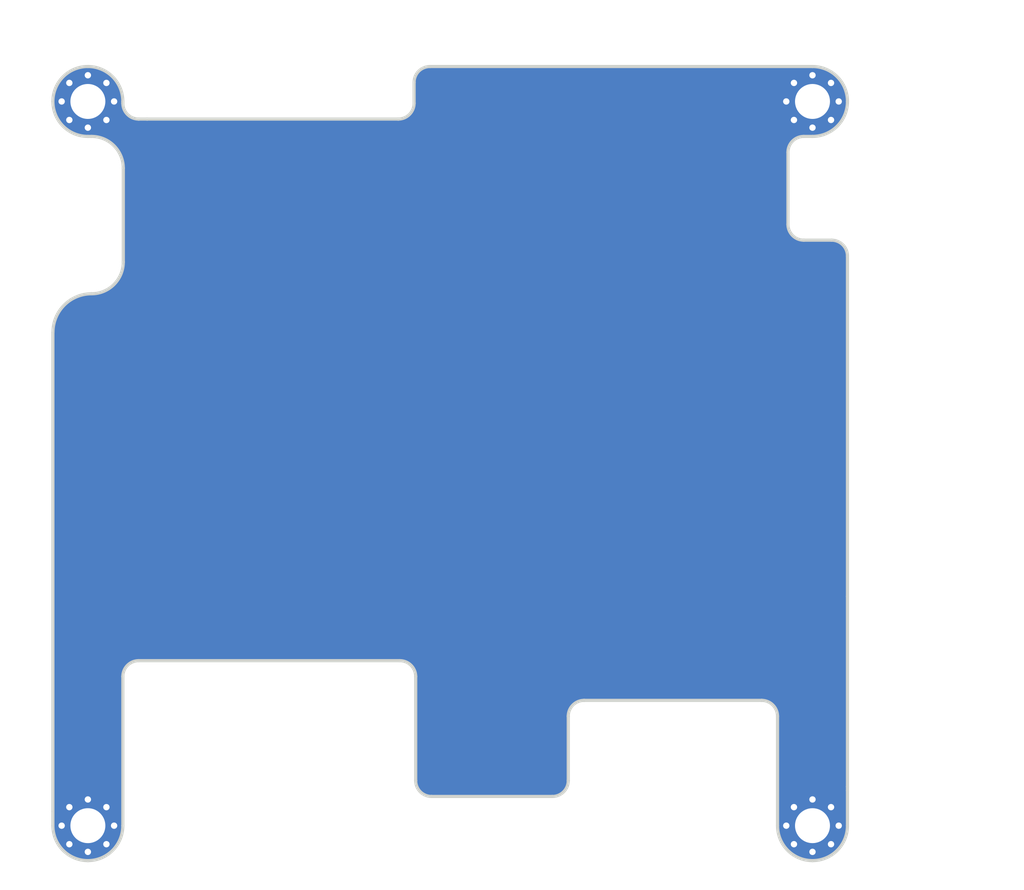
<source format=kicad_pcb>
(kicad_pcb (version 20240108) (generator "pcbnew") (generator_version "8.0")
  (layers (0 "F.Cu" signal) (31 "B.Cu" signal) (34 "B.Paste" user) (35 "F.Paste" user) (36 "B.SilkS" user "B.Silkscreen") (37 "F.SilkS" user "F.Silkscreen") (38 "B.Mask" user) (39 "F.Mask" user) (44 "Edge.Cuts" user))
  (net 0 "")
  (net 1 "GND")
  (footprint "MountingHole:MountingHole_2.2mm_M2_Pad_Via" (layer "F.Cu") (at 125.87 119.99)
    (property "Reference" "TP4" (hide yes))
    (property "Value" "Mounting Hole")
    (pad "1" thru_hole circle (at -1.65 0) (size 0.7 0.7) (drill 0.4) (layers "*.Cu" "*.Mask") (net 1 "GND"))
    (pad "1" thru_hole circle (at -1.166726 -1.166726) (size 0.7 0.7) (drill 0.4) (layers "*.Cu" "*.Mask") (net 1 "GND"))
    (pad "1" thru_hole circle (at -1.166726 1.166726) (size 0.7 0.7) (drill 0.4) (layers "*.Cu" "*.Mask") (net 1 "GND"))
    (pad "1" thru_hole circle (at 0 -1.65) (size 0.7 0.7) (drill 0.4) (layers "*.Cu" "*.Mask") (net 1 "GND"))
    (pad "1" thru_hole circle (at 0 0) (size 4.4 4.4) (drill 2.2) (layers "*.Cu" "*.Mask") (net 1 "GND"))
    (pad "1" thru_hole circle (at 0 1.65) (size 0.7 0.7) (drill 0.4) (layers "*.Cu" "*.Mask") (net 1 "GND"))
    (pad "1" thru_hole circle (at 1.166726 -1.166726) (size 0.7 0.7) (drill 0.4) (layers "*.Cu" "*.Mask") (net 1 "GND"))
    (pad "1" thru_hole circle (at 1.166726 1.166726) (size 0.7 0.7) (drill 0.4) (layers "*.Cu" "*.Mask") (net 1 "GND"))
    (pad "1" thru_hole circle (at 1.65 0) (size 0.7 0.7) (drill 0.4) (layers "*.Cu" "*.Mask") (net 1 "GND"))
  )
  (footprint "MountingHole:MountingHole_2.2mm_M2_Pad_Via" (layer "F.Cu") (at 171.47 74.39)
    (property "Reference" "TP2" (hide yes))
    (property "Value" "Mounting Hole")
    (pad "1" thru_hole circle (at -1.65 0) (size 0.7 0.7) (drill 0.4) (layers "*.Cu" "*.Mask") (net 1 "GND"))
    (pad "1" thru_hole circle (at -1.166726 -1.166726) (size 0.7 0.7) (drill 0.4) (layers "*.Cu" "*.Mask") (net 1 "GND"))
    (pad "1" thru_hole circle (at -1.166726 1.166726) (size 0.7 0.7) (drill 0.4) (layers "*.Cu" "*.Mask") (net 1 "GND"))
    (pad "1" thru_hole circle (at 0 -1.65) (size 0.7 0.7) (drill 0.4) (layers "*.Cu" "*.Mask") (net 1 "GND"))
    (pad "1" thru_hole circle (at 0 0) (size 4.4 4.4) (drill 2.2) (layers "*.Cu" "*.Mask") (net 1 "GND"))
    (pad "1" thru_hole circle (at 0 1.65) (size 0.7 0.7) (drill 0.4) (layers "*.Cu" "*.Mask") (net 1 "GND"))
    (pad "1" thru_hole circle (at 1.166726 -1.166726) (size 0.7 0.7) (drill 0.4) (layers "*.Cu" "*.Mask") (net 1 "GND"))
    (pad "1" thru_hole circle (at 1.166726 1.166726) (size 0.7 0.7) (drill 0.4) (layers "*.Cu" "*.Mask") (net 1 "GND"))
    (pad "1" thru_hole circle (at 1.65 0) (size 0.7 0.7) (drill 0.4) (layers "*.Cu" "*.Mask") (net 1 "GND"))
  )
  (footprint "MountingHole:MountingHole_2.2mm_M2_Pad_Via" (layer "F.Cu") (at 125.87 74.39)
    (property "Reference" "TP1" (hide yes))
    (property "Value" "Mounting Hole")
    (pad "1" thru_hole circle (at -1.65 0) (size 0.7 0.7) (drill 0.4) (layers "*.Cu" "*.Mask") (net 1 "GND"))
    (pad "1" thru_hole circle (at -1.166726 -1.166726) (size 0.7 0.7) (drill 0.4) (layers "*.Cu" "*.Mask") (net 1 "GND"))
    (pad "1" thru_hole circle (at -1.166726 1.166726) (size 0.7 0.7) (drill 0.4) (layers "*.Cu" "*.Mask") (net 1 "GND"))
    (pad "1" thru_hole circle (at 0 -1.65) (size 0.7 0.7) (drill 0.4) (layers "*.Cu" "*.Mask") (net 1 "GND"))
    (pad "1" thru_hole circle (at 0 0) (size 4.4 4.4) (drill 2.2) (layers "*.Cu" "*.Mask") (net 1 "GND"))
    (pad "1" thru_hole circle (at 0 1.65) (size 0.7 0.7) (drill 0.4) (layers "*.Cu" "*.Mask") (net 1 "GND"))
    (pad "1" thru_hole circle (at 1.166726 -1.166726) (size 0.7 0.7) (drill 0.4) (layers "*.Cu" "*.Mask") (net 1 "GND"))
    (pad "1" thru_hole circle (at 1.166726 1.166726) (size 0.7 0.7) (drill 0.4) (layers "*.Cu" "*.Mask") (net 1 "GND"))
    (pad "1" thru_hole circle (at 1.65 0) (size 0.7 0.7) (drill 0.4) (layers "*.Cu" "*.Mask") (net 1 "GND"))
  )
  (footprint "MountingHole:MountingHole_2.2mm_M2_Pad_Via" (layer "F.Cu") (at 171.47 119.99)
    (property "Reference" "TP3" (hide yes))
    (property "Value" "Mounting Hole")
    (pad "1" thru_hole circle (at -1.65 0) (size 0.7 0.7) (drill 0.4) (layers "*.Cu" "*.Mask") (net 1 "GND"))
    (pad "1" thru_hole circle (at -1.166726 -1.166726) (size 0.7 0.7) (drill 0.4) (layers "*.Cu" "*.Mask") (net 1 "GND"))
    (pad "1" thru_hole circle (at -1.166726 1.166726) (size 0.7 0.7) (drill 0.4) (layers "*.Cu" "*.Mask") (net 1 "GND"))
    (pad "1" thru_hole circle (at 0 -1.65) (size 0.7 0.7) (drill 0.4) (layers "*.Cu" "*.Mask") (net 1 "GND"))
    (pad "1" thru_hole circle (at 0 0) (size 4.4 4.4) (drill 2.2) (layers "*.Cu" "*.Mask") (net 1 "GND"))
    (pad "1" thru_hole circle (at 0 1.65) (size 0.7 0.7) (drill 0.4) (layers "*.Cu" "*.Mask") (net 1 "GND"))
    (pad "1" thru_hole circle (at 1.166726 -1.166726) (size 0.7 0.7) (drill 0.4) (layers "*.Cu" "*.Mask") (net 1 "GND"))
    (pad "1" thru_hole circle (at 1.166726 1.166726) (size 0.7 0.7) (drill 0.4) (layers "*.Cu" "*.Mask") (net 1 "GND"))
    (pad "1" thru_hole circle (at 1.65 0) (size 0.7 0.7) (drill 0.4) (layers "*.Cu" "*.Mask") (net 1 "GND"))
  )
  (gr_line (start 123.67 119.1) (end 123.67 88.925) (stroke (width 0.2)) (layer "Edge.Cuts"))
  (gr_arc (start 123.675 88.925001) (mid 124.385265 87.210267) (end 126.099999 86.500001) (stroke (width 0.2)) (layer "Edge.Cuts"))
  (gr_arc (start 146.4 73.19) (mid 146.692893 72.482893) (end 147.4 72.19) (stroke (width 0.2)) (layer "Edge.Cuts"))
  (gr_arc (start 123.67 74.39) (mid 124.314365 72.834365) (end 125.87 72.19) (stroke (width 0.2)) (layer "Edge.Cuts"))
  (gr_line (start 173.67 84.125) (end 173.67 105.55) (stroke (width 0.2)) (layer "Edge.Cuts"))
  (gr_arc (start 173.67 74.39) (mid 173.025635 75.945635) (end 171.47 76.59) (stroke (width 0.2)) (layer "Edge.Cuts"))
  (gr_line (start 168.27 112.1) (end 157.1 112.1) (stroke (width 0.2)) (layer "Edge.Cuts"))
  (gr_line (start 173.67 119.99) (end 173.67 117.78) (stroke (width 0.2)) (layer "Edge.Cuts"))
  (gr_arc (start 125.87 122.19) (mid 124.314365 121.545635) (end 123.67 119.99) (stroke (width 0.2)) (layer "Edge.Cuts"))
  (gr_arc (start 145.5 109.6) (mid 146.207107 109.892893) (end 146.5 110.6) (stroke (width 0.2)) (layer "Edge.Cuts"))
  (gr_arc (start 156.1 117.15) (mid 155.807107 117.857107) (end 155.1 118.15) (stroke (width 0.2)) (layer "Edge.Cuts"))
  (gr_line (start 171.47 76.59) (end 170.925 76.59) (stroke (width 0.2)) (layer "Edge.Cuts"))
  (gr_arc (start 146.4 74.5) (mid 146.107107 75.207107) (end 145.4 75.5) (stroke (width 0.2)) (layer "Edge.Cuts"))
  (gr_line (start 125.87 76.59) (end 126.1 76.59) (stroke (width 0.2)) (layer "Edge.Cuts"))
  (gr_arc (start 173.67 119.99) (mid 173.025635 121.545635) (end 171.47 122.19) (stroke (width 0.2)) (layer "Edge.Cuts"))
  (gr_arc (start 147.5 118.15) (mid 146.792893 117.857107) (end 146.5 117.15) (stroke (width 0.2)) (layer "Edge.Cuts"))
  (gr_line (start 169.925 82.125) (end 169.925 77.59) (stroke (width 0.2)) (layer "Edge.Cuts"))
  (gr_line (start 128.1 78.59) (end 128.1 84.5) (stroke (width 0.2)) (layer "Edge.Cuts"))
  (gr_arc (start 170.925 83.125) (mid 170.217893 82.832107) (end 169.925 82.125) (stroke (width 0.2)) (layer "Edge.Cuts"))
  (gr_arc (start 125.87 76.59) (mid 124.314365 75.945635) (end 123.67 74.39) (stroke (width 0.2)) (layer "Edge.Cuts"))
  (gr_arc (start 172.67 83.125) (mid 173.377107 83.417893) (end 173.67 84.125) (stroke (width 0.2)) (layer "Edge.Cuts"))
  (gr_arc (start 128.1 84.5) (mid 127.514214 85.914215) (end 126.099999 86.500001) (stroke (width 0.2)) (layer "Edge.Cuts"))
  (gr_arc (start 129.07 75.5) (mid 128.362893 75.207107) (end 128.07 74.5) (stroke (width 0.2)) (layer "Edge.Cuts"))
  (gr_line (start 173.67 117.53) (end 173.67 105.55) (stroke (width 0.2)) (layer "Edge.Cuts"))
  (gr_line (start 172.67 83.125) (end 170.925 83.125) (stroke (width 0.2)) (layer "Edge.Cuts"))
  (gr_line (start 145.5 109.6) (end 129.07 109.6) (stroke (width 0.2)) (layer "Edge.Cuts"))
  (gr_arc (start 128.07 110.6) (mid 128.362893 109.892893) (end 129.07 109.6) (stroke (width 0.2)) (layer "Edge.Cuts"))
  (gr_arc (start 128.07 119.99) (mid 127.425635 121.545635) (end 125.87 122.19) (stroke (width 0.2)) (layer "Edge.Cuts"))
  (gr_arc (start 126.1 76.59) (mid 127.514214 77.175786) (end 128.1 78.59) (stroke (width 0.2)) (layer "Edge.Cuts"))
  (gr_line (start 123.67 119.99) (end 123.67 119.1) (stroke (width 0.2)) (layer "Edge.Cuts"))
  (gr_line (start 128.07 74.39) (end 128.07 74.5) (stroke (width 0.2)) (layer "Edge.Cuts"))
  (gr_line (start 146.4 73.19) (end 146.4 74.5) (stroke (width 0.2)) (layer "Edge.Cuts"))
  (gr_line (start 155.1 118.15) (end 147.5 118.15) (stroke (width 0.2)) (layer "Edge.Cuts"))
  (gr_line (start 128.07 119.99) (end 128.07 110.6) (stroke (width 0.2)) (layer "Edge.Cuts"))
  (gr_line (start 173.67 117.78) (end 173.67 117.53) (stroke (width 0.2)) (layer "Edge.Cuts"))
  (gr_line (start 146.5 110.6) (end 146.5 117.15) (stroke (width 0.2)) (layer "Edge.Cuts"))
  (gr_line (start 171.47 72.19) (end 147.4 72.19) (stroke (width 0.2)) (layer "Edge.Cuts"))
  (gr_line (start 156.1 117.15) (end 156.1 113.1) (stroke (width 0.2)) (layer "Edge.Cuts"))
  (gr_arc (start 171.47 122.19) (mid 169.914365 121.545635) (end 169.27 119.99) (stroke (width 0.2)) (layer "Edge.Cuts"))
  (gr_arc (start 169.925 77.59) (mid 170.217893 76.882893) (end 170.925 76.59) (stroke (width 0.2)) (layer "Edge.Cuts"))
  (gr_line (start 169.27 113.1) (end 169.27 119.99) (stroke (width 0.2)) (layer "Edge.Cuts"))
  (gr_arc (start 125.87 72.19) (mid 127.425635 72.834365) (end 128.07 74.39) (stroke (width 0.2)) (layer "Edge.Cuts"))
  (gr_line (start 129.6 75.5) (end 145.4 75.5) (stroke (width 0.2)) (layer "Edge.Cuts"))
  (gr_arc (start 171.47 72.19) (mid 173.025635 72.834365) (end 173.67 74.39) (stroke (width 0.2)) (layer "Edge.Cuts"))
  (gr_arc (start 156.1 113.1) (mid 156.392893 112.392893) (end 157.1 112.1) (stroke (width 0.2)) (layer "Edge.Cuts"))
  (gr_line (start 129.6 75.5) (end 129.07 75.5) (stroke (width 0.2)) (layer "Edge.Cuts"))
  (gr_arc (start 168.27 112.1) (mid 168.977107 112.392893) (end 169.27 113.1) (stroke (width 0.2)) (layer "Edge.Cuts"))
  (zone (net 1) (net_name "GND") (layers "F&B.Cu") (connect_pads yes (clearance 0.1)) (min_thickness 0.1) (fill yes (thermal_gap 0.5) (thermal_bridge_width 0.5))
    (polygon (pts (xy 123 71) (xy 123 124) (xy 175 124) (xy 175 71)))
  )
)
</source>
